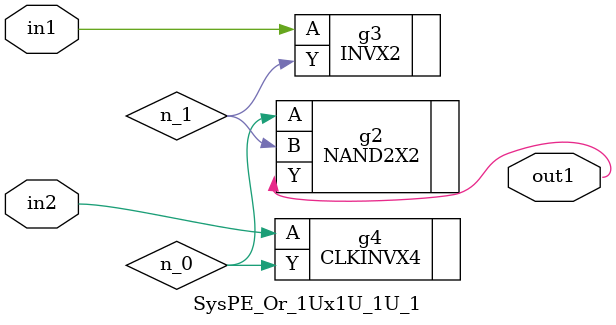
<source format=v>
`timescale 1ps / 1ps


module SysPE_Or_1Ux1U_1U_1(in2, in1, out1);
  input in2, in1;
  output out1;
  wire in2, in1;
  wire out1;
  wire n_0, n_1;
  NAND2X2 g2(.A (n_0), .B (n_1), .Y (out1));
  INVX2 g3(.A (in1), .Y (n_1));
  CLKINVX4 g4(.A (in2), .Y (n_0));
endmodule



</source>
